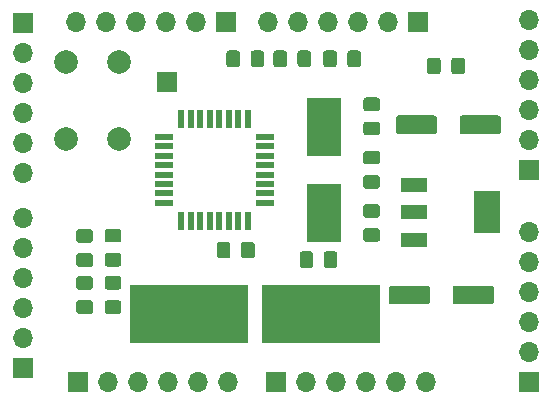
<source format=gbr>
G04 #@! TF.GenerationSoftware,KiCad,Pcbnew,(5.1.5)-3*
G04 #@! TF.CreationDate,2020-05-01T16:20:29+02:00*
G04 #@! TF.ProjectId,Arduino_Uno_R3_From_Scratch,41726475-696e-46f5-9f55-6e6f5f52335f,rev?*
G04 #@! TF.SameCoordinates,Original*
G04 #@! TF.FileFunction,Soldermask,Top*
G04 #@! TF.FilePolarity,Negative*
%FSLAX46Y46*%
G04 Gerber Fmt 4.6, Leading zero omitted, Abs format (unit mm)*
G04 Created by KiCad (PCBNEW (5.1.5)-3) date 2020-05-01 16:20:29*
%MOMM*%
%LPD*%
G04 APERTURE LIST*
%ADD10C,0.100000*%
%ADD11C,2.000000*%
%ADD12R,1.700000X1.700000*%
%ADD13O,1.700000X1.700000*%
%ADD14R,2.235200X1.219200*%
%ADD15R,2.200000X3.600000*%
%ADD16R,0.550000X1.500000*%
%ADD17R,1.500000X0.550000*%
%ADD18R,3.000000X4.900000*%
%ADD19R,10.000000X5.000000*%
G04 APERTURE END LIST*
D10*
G36*
X212924505Y-98501204D02*
G01*
X212948773Y-98504804D01*
X212972572Y-98510765D01*
X212995671Y-98519030D01*
X213017850Y-98529520D01*
X213038893Y-98542132D01*
X213058599Y-98556747D01*
X213076777Y-98573223D01*
X213093253Y-98591401D01*
X213107868Y-98611107D01*
X213120480Y-98632150D01*
X213130970Y-98654329D01*
X213139235Y-98677428D01*
X213145196Y-98701227D01*
X213148796Y-98725495D01*
X213150000Y-98749999D01*
X213150000Y-99650001D01*
X213148796Y-99674505D01*
X213145196Y-99698773D01*
X213139235Y-99722572D01*
X213130970Y-99745671D01*
X213120480Y-99767850D01*
X213107868Y-99788893D01*
X213093253Y-99808599D01*
X213076777Y-99826777D01*
X213058599Y-99843253D01*
X213038893Y-99857868D01*
X213017850Y-99870480D01*
X212995671Y-99880970D01*
X212972572Y-99889235D01*
X212948773Y-99895196D01*
X212924505Y-99898796D01*
X212900001Y-99900000D01*
X212249999Y-99900000D01*
X212225495Y-99898796D01*
X212201227Y-99895196D01*
X212177428Y-99889235D01*
X212154329Y-99880970D01*
X212132150Y-99870480D01*
X212111107Y-99857868D01*
X212091401Y-99843253D01*
X212073223Y-99826777D01*
X212056747Y-99808599D01*
X212042132Y-99788893D01*
X212029520Y-99767850D01*
X212019030Y-99745671D01*
X212010765Y-99722572D01*
X212004804Y-99698773D01*
X212001204Y-99674505D01*
X212000000Y-99650001D01*
X212000000Y-98749999D01*
X212001204Y-98725495D01*
X212004804Y-98701227D01*
X212010765Y-98677428D01*
X212019030Y-98654329D01*
X212029520Y-98632150D01*
X212042132Y-98611107D01*
X212056747Y-98591401D01*
X212073223Y-98573223D01*
X212091401Y-98556747D01*
X212111107Y-98542132D01*
X212132150Y-98529520D01*
X212154329Y-98519030D01*
X212177428Y-98510765D01*
X212201227Y-98504804D01*
X212225495Y-98501204D01*
X212249999Y-98500000D01*
X212900001Y-98500000D01*
X212924505Y-98501204D01*
G37*
G36*
X214974505Y-98501204D02*
G01*
X214998773Y-98504804D01*
X215022572Y-98510765D01*
X215045671Y-98519030D01*
X215067850Y-98529520D01*
X215088893Y-98542132D01*
X215108599Y-98556747D01*
X215126777Y-98573223D01*
X215143253Y-98591401D01*
X215157868Y-98611107D01*
X215170480Y-98632150D01*
X215180970Y-98654329D01*
X215189235Y-98677428D01*
X215195196Y-98701227D01*
X215198796Y-98725495D01*
X215200000Y-98749999D01*
X215200000Y-99650001D01*
X215198796Y-99674505D01*
X215195196Y-99698773D01*
X215189235Y-99722572D01*
X215180970Y-99745671D01*
X215170480Y-99767850D01*
X215157868Y-99788893D01*
X215143253Y-99808599D01*
X215126777Y-99826777D01*
X215108599Y-99843253D01*
X215088893Y-99857868D01*
X215067850Y-99870480D01*
X215045671Y-99880970D01*
X215022572Y-99889235D01*
X214998773Y-99895196D01*
X214974505Y-99898796D01*
X214950001Y-99900000D01*
X214299999Y-99900000D01*
X214275495Y-99898796D01*
X214251227Y-99895196D01*
X214227428Y-99889235D01*
X214204329Y-99880970D01*
X214182150Y-99870480D01*
X214161107Y-99857868D01*
X214141401Y-99843253D01*
X214123223Y-99826777D01*
X214106747Y-99808599D01*
X214092132Y-99788893D01*
X214079520Y-99767850D01*
X214069030Y-99745671D01*
X214060765Y-99722572D01*
X214054804Y-99698773D01*
X214051204Y-99674505D01*
X214050000Y-99650001D01*
X214050000Y-98749999D01*
X214051204Y-98725495D01*
X214054804Y-98701227D01*
X214060765Y-98677428D01*
X214069030Y-98654329D01*
X214079520Y-98632150D01*
X214092132Y-98611107D01*
X214106747Y-98591401D01*
X214123223Y-98573223D01*
X214141401Y-98556747D01*
X214161107Y-98542132D01*
X214182150Y-98529520D01*
X214204329Y-98519030D01*
X214227428Y-98510765D01*
X214251227Y-98504804D01*
X214275495Y-98501204D01*
X214299999Y-98500000D01*
X214950001Y-98500000D01*
X214974505Y-98501204D01*
G37*
D11*
X185900000Y-105400000D03*
X181400000Y-105400000D03*
X185900000Y-98900000D03*
X181400000Y-98900000D03*
D12*
X190000000Y-100600000D03*
X195000000Y-95500000D03*
D13*
X192460000Y-95500000D03*
X189920000Y-95500000D03*
X187380000Y-95500000D03*
X184840000Y-95500000D03*
X182300000Y-95500000D03*
D12*
X177800000Y-124800000D03*
D13*
X177800000Y-122260000D03*
X177800000Y-119720000D03*
X177800000Y-117180000D03*
X177800000Y-114640000D03*
X177800000Y-112100000D03*
D14*
X210901200Y-109288600D03*
X210901200Y-111600000D03*
X210901200Y-113911400D03*
D15*
X217099000Y-111600000D03*
D10*
G36*
X212624504Y-103401204D02*
G01*
X212648773Y-103404804D01*
X212672571Y-103410765D01*
X212695671Y-103419030D01*
X212717849Y-103429520D01*
X212738893Y-103442133D01*
X212758598Y-103456747D01*
X212776777Y-103473223D01*
X212793253Y-103491402D01*
X212807867Y-103511107D01*
X212820480Y-103532151D01*
X212830970Y-103554329D01*
X212839235Y-103577429D01*
X212845196Y-103601227D01*
X212848796Y-103625496D01*
X212850000Y-103650000D01*
X212850000Y-104750000D01*
X212848796Y-104774504D01*
X212845196Y-104798773D01*
X212839235Y-104822571D01*
X212830970Y-104845671D01*
X212820480Y-104867849D01*
X212807867Y-104888893D01*
X212793253Y-104908598D01*
X212776777Y-104926777D01*
X212758598Y-104943253D01*
X212738893Y-104957867D01*
X212717849Y-104970480D01*
X212695671Y-104980970D01*
X212672571Y-104989235D01*
X212648773Y-104995196D01*
X212624504Y-104998796D01*
X212600000Y-105000000D01*
X209600000Y-105000000D01*
X209575496Y-104998796D01*
X209551227Y-104995196D01*
X209527429Y-104989235D01*
X209504329Y-104980970D01*
X209482151Y-104970480D01*
X209461107Y-104957867D01*
X209441402Y-104943253D01*
X209423223Y-104926777D01*
X209406747Y-104908598D01*
X209392133Y-104888893D01*
X209379520Y-104867849D01*
X209369030Y-104845671D01*
X209360765Y-104822571D01*
X209354804Y-104798773D01*
X209351204Y-104774504D01*
X209350000Y-104750000D01*
X209350000Y-103650000D01*
X209351204Y-103625496D01*
X209354804Y-103601227D01*
X209360765Y-103577429D01*
X209369030Y-103554329D01*
X209379520Y-103532151D01*
X209392133Y-103511107D01*
X209406747Y-103491402D01*
X209423223Y-103473223D01*
X209441402Y-103456747D01*
X209461107Y-103442133D01*
X209482151Y-103429520D01*
X209504329Y-103419030D01*
X209527429Y-103410765D01*
X209551227Y-103404804D01*
X209575496Y-103401204D01*
X209600000Y-103400000D01*
X212600000Y-103400000D01*
X212624504Y-103401204D01*
G37*
G36*
X218024504Y-103401204D02*
G01*
X218048773Y-103404804D01*
X218072571Y-103410765D01*
X218095671Y-103419030D01*
X218117849Y-103429520D01*
X218138893Y-103442133D01*
X218158598Y-103456747D01*
X218176777Y-103473223D01*
X218193253Y-103491402D01*
X218207867Y-103511107D01*
X218220480Y-103532151D01*
X218230970Y-103554329D01*
X218239235Y-103577429D01*
X218245196Y-103601227D01*
X218248796Y-103625496D01*
X218250000Y-103650000D01*
X218250000Y-104750000D01*
X218248796Y-104774504D01*
X218245196Y-104798773D01*
X218239235Y-104822571D01*
X218230970Y-104845671D01*
X218220480Y-104867849D01*
X218207867Y-104888893D01*
X218193253Y-104908598D01*
X218176777Y-104926777D01*
X218158598Y-104943253D01*
X218138893Y-104957867D01*
X218117849Y-104970480D01*
X218095671Y-104980970D01*
X218072571Y-104989235D01*
X218048773Y-104995196D01*
X218024504Y-104998796D01*
X218000000Y-105000000D01*
X215000000Y-105000000D01*
X214975496Y-104998796D01*
X214951227Y-104995196D01*
X214927429Y-104989235D01*
X214904329Y-104980970D01*
X214882151Y-104970480D01*
X214861107Y-104957867D01*
X214841402Y-104943253D01*
X214823223Y-104926777D01*
X214806747Y-104908598D01*
X214792133Y-104888893D01*
X214779520Y-104867849D01*
X214769030Y-104845671D01*
X214760765Y-104822571D01*
X214754804Y-104798773D01*
X214751204Y-104774504D01*
X214750000Y-104750000D01*
X214750000Y-103650000D01*
X214751204Y-103625496D01*
X214754804Y-103601227D01*
X214760765Y-103577429D01*
X214769030Y-103554329D01*
X214779520Y-103532151D01*
X214792133Y-103511107D01*
X214806747Y-103491402D01*
X214823223Y-103473223D01*
X214841402Y-103456747D01*
X214861107Y-103442133D01*
X214882151Y-103429520D01*
X214904329Y-103419030D01*
X214927429Y-103410765D01*
X214951227Y-103404804D01*
X214975496Y-103401204D01*
X215000000Y-103400000D01*
X218000000Y-103400000D01*
X218024504Y-103401204D01*
G37*
G36*
X217424504Y-117801204D02*
G01*
X217448773Y-117804804D01*
X217472571Y-117810765D01*
X217495671Y-117819030D01*
X217517849Y-117829520D01*
X217538893Y-117842133D01*
X217558598Y-117856747D01*
X217576777Y-117873223D01*
X217593253Y-117891402D01*
X217607867Y-117911107D01*
X217620480Y-117932151D01*
X217630970Y-117954329D01*
X217639235Y-117977429D01*
X217645196Y-118001227D01*
X217648796Y-118025496D01*
X217650000Y-118050000D01*
X217650000Y-119150000D01*
X217648796Y-119174504D01*
X217645196Y-119198773D01*
X217639235Y-119222571D01*
X217630970Y-119245671D01*
X217620480Y-119267849D01*
X217607867Y-119288893D01*
X217593253Y-119308598D01*
X217576777Y-119326777D01*
X217558598Y-119343253D01*
X217538893Y-119357867D01*
X217517849Y-119370480D01*
X217495671Y-119380970D01*
X217472571Y-119389235D01*
X217448773Y-119395196D01*
X217424504Y-119398796D01*
X217400000Y-119400000D01*
X214400000Y-119400000D01*
X214375496Y-119398796D01*
X214351227Y-119395196D01*
X214327429Y-119389235D01*
X214304329Y-119380970D01*
X214282151Y-119370480D01*
X214261107Y-119357867D01*
X214241402Y-119343253D01*
X214223223Y-119326777D01*
X214206747Y-119308598D01*
X214192133Y-119288893D01*
X214179520Y-119267849D01*
X214169030Y-119245671D01*
X214160765Y-119222571D01*
X214154804Y-119198773D01*
X214151204Y-119174504D01*
X214150000Y-119150000D01*
X214150000Y-118050000D01*
X214151204Y-118025496D01*
X214154804Y-118001227D01*
X214160765Y-117977429D01*
X214169030Y-117954329D01*
X214179520Y-117932151D01*
X214192133Y-117911107D01*
X214206747Y-117891402D01*
X214223223Y-117873223D01*
X214241402Y-117856747D01*
X214261107Y-117842133D01*
X214282151Y-117829520D01*
X214304329Y-117819030D01*
X214327429Y-117810765D01*
X214351227Y-117804804D01*
X214375496Y-117801204D01*
X214400000Y-117800000D01*
X217400000Y-117800000D01*
X217424504Y-117801204D01*
G37*
G36*
X212024504Y-117801204D02*
G01*
X212048773Y-117804804D01*
X212072571Y-117810765D01*
X212095671Y-117819030D01*
X212117849Y-117829520D01*
X212138893Y-117842133D01*
X212158598Y-117856747D01*
X212176777Y-117873223D01*
X212193253Y-117891402D01*
X212207867Y-117911107D01*
X212220480Y-117932151D01*
X212230970Y-117954329D01*
X212239235Y-117977429D01*
X212245196Y-118001227D01*
X212248796Y-118025496D01*
X212250000Y-118050000D01*
X212250000Y-119150000D01*
X212248796Y-119174504D01*
X212245196Y-119198773D01*
X212239235Y-119222571D01*
X212230970Y-119245671D01*
X212220480Y-119267849D01*
X212207867Y-119288893D01*
X212193253Y-119308598D01*
X212176777Y-119326777D01*
X212158598Y-119343253D01*
X212138893Y-119357867D01*
X212117849Y-119370480D01*
X212095671Y-119380970D01*
X212072571Y-119389235D01*
X212048773Y-119395196D01*
X212024504Y-119398796D01*
X212000000Y-119400000D01*
X209000000Y-119400000D01*
X208975496Y-119398796D01*
X208951227Y-119395196D01*
X208927429Y-119389235D01*
X208904329Y-119380970D01*
X208882151Y-119370480D01*
X208861107Y-119357867D01*
X208841402Y-119343253D01*
X208823223Y-119326777D01*
X208806747Y-119308598D01*
X208792133Y-119288893D01*
X208779520Y-119267849D01*
X208769030Y-119245671D01*
X208760765Y-119222571D01*
X208754804Y-119198773D01*
X208751204Y-119174504D01*
X208750000Y-119150000D01*
X208750000Y-118050000D01*
X208751204Y-118025496D01*
X208754804Y-118001227D01*
X208760765Y-117977429D01*
X208769030Y-117954329D01*
X208779520Y-117932151D01*
X208792133Y-117911107D01*
X208806747Y-117891402D01*
X208823223Y-117873223D01*
X208841402Y-117856747D01*
X208861107Y-117842133D01*
X208882151Y-117829520D01*
X208904329Y-117819030D01*
X208927429Y-117810765D01*
X208951227Y-117804804D01*
X208975496Y-117801204D01*
X209000000Y-117800000D01*
X212000000Y-117800000D01*
X212024504Y-117801204D01*
G37*
G36*
X207774505Y-112951204D02*
G01*
X207798773Y-112954804D01*
X207822572Y-112960765D01*
X207845671Y-112969030D01*
X207867850Y-112979520D01*
X207888893Y-112992132D01*
X207908599Y-113006747D01*
X207926777Y-113023223D01*
X207943253Y-113041401D01*
X207957868Y-113061107D01*
X207970480Y-113082150D01*
X207980970Y-113104329D01*
X207989235Y-113127428D01*
X207995196Y-113151227D01*
X207998796Y-113175495D01*
X208000000Y-113199999D01*
X208000000Y-113850001D01*
X207998796Y-113874505D01*
X207995196Y-113898773D01*
X207989235Y-113922572D01*
X207980970Y-113945671D01*
X207970480Y-113967850D01*
X207957868Y-113988893D01*
X207943253Y-114008599D01*
X207926777Y-114026777D01*
X207908599Y-114043253D01*
X207888893Y-114057868D01*
X207867850Y-114070480D01*
X207845671Y-114080970D01*
X207822572Y-114089235D01*
X207798773Y-114095196D01*
X207774505Y-114098796D01*
X207750001Y-114100000D01*
X206849999Y-114100000D01*
X206825495Y-114098796D01*
X206801227Y-114095196D01*
X206777428Y-114089235D01*
X206754329Y-114080970D01*
X206732150Y-114070480D01*
X206711107Y-114057868D01*
X206691401Y-114043253D01*
X206673223Y-114026777D01*
X206656747Y-114008599D01*
X206642132Y-113988893D01*
X206629520Y-113967850D01*
X206619030Y-113945671D01*
X206610765Y-113922572D01*
X206604804Y-113898773D01*
X206601204Y-113874505D01*
X206600000Y-113850001D01*
X206600000Y-113199999D01*
X206601204Y-113175495D01*
X206604804Y-113151227D01*
X206610765Y-113127428D01*
X206619030Y-113104329D01*
X206629520Y-113082150D01*
X206642132Y-113061107D01*
X206656747Y-113041401D01*
X206673223Y-113023223D01*
X206691401Y-113006747D01*
X206711107Y-112992132D01*
X206732150Y-112979520D01*
X206754329Y-112969030D01*
X206777428Y-112960765D01*
X206801227Y-112954804D01*
X206825495Y-112951204D01*
X206849999Y-112950000D01*
X207750001Y-112950000D01*
X207774505Y-112951204D01*
G37*
G36*
X207774505Y-110901204D02*
G01*
X207798773Y-110904804D01*
X207822572Y-110910765D01*
X207845671Y-110919030D01*
X207867850Y-110929520D01*
X207888893Y-110942132D01*
X207908599Y-110956747D01*
X207926777Y-110973223D01*
X207943253Y-110991401D01*
X207957868Y-111011107D01*
X207970480Y-111032150D01*
X207980970Y-111054329D01*
X207989235Y-111077428D01*
X207995196Y-111101227D01*
X207998796Y-111125495D01*
X208000000Y-111149999D01*
X208000000Y-111800001D01*
X207998796Y-111824505D01*
X207995196Y-111848773D01*
X207989235Y-111872572D01*
X207980970Y-111895671D01*
X207970480Y-111917850D01*
X207957868Y-111938893D01*
X207943253Y-111958599D01*
X207926777Y-111976777D01*
X207908599Y-111993253D01*
X207888893Y-112007868D01*
X207867850Y-112020480D01*
X207845671Y-112030970D01*
X207822572Y-112039235D01*
X207798773Y-112045196D01*
X207774505Y-112048796D01*
X207750001Y-112050000D01*
X206849999Y-112050000D01*
X206825495Y-112048796D01*
X206801227Y-112045196D01*
X206777428Y-112039235D01*
X206754329Y-112030970D01*
X206732150Y-112020480D01*
X206711107Y-112007868D01*
X206691401Y-111993253D01*
X206673223Y-111976777D01*
X206656747Y-111958599D01*
X206642132Y-111938893D01*
X206629520Y-111917850D01*
X206619030Y-111895671D01*
X206610765Y-111872572D01*
X206604804Y-111848773D01*
X206601204Y-111824505D01*
X206600000Y-111800001D01*
X206600000Y-111149999D01*
X206601204Y-111125495D01*
X206604804Y-111101227D01*
X206610765Y-111077428D01*
X206619030Y-111054329D01*
X206629520Y-111032150D01*
X206642132Y-111011107D01*
X206656747Y-110991401D01*
X206673223Y-110973223D01*
X206691401Y-110956747D01*
X206711107Y-110942132D01*
X206732150Y-110929520D01*
X206754329Y-110919030D01*
X206777428Y-110910765D01*
X206801227Y-110904804D01*
X206825495Y-110901204D01*
X206849999Y-110900000D01*
X207750001Y-110900000D01*
X207774505Y-110901204D01*
G37*
G36*
X207774505Y-103926204D02*
G01*
X207798773Y-103929804D01*
X207822572Y-103935765D01*
X207845671Y-103944030D01*
X207867850Y-103954520D01*
X207888893Y-103967132D01*
X207908599Y-103981747D01*
X207926777Y-103998223D01*
X207943253Y-104016401D01*
X207957868Y-104036107D01*
X207970480Y-104057150D01*
X207980970Y-104079329D01*
X207989235Y-104102428D01*
X207995196Y-104126227D01*
X207998796Y-104150495D01*
X208000000Y-104174999D01*
X208000000Y-104825001D01*
X207998796Y-104849505D01*
X207995196Y-104873773D01*
X207989235Y-104897572D01*
X207980970Y-104920671D01*
X207970480Y-104942850D01*
X207957868Y-104963893D01*
X207943253Y-104983599D01*
X207926777Y-105001777D01*
X207908599Y-105018253D01*
X207888893Y-105032868D01*
X207867850Y-105045480D01*
X207845671Y-105055970D01*
X207822572Y-105064235D01*
X207798773Y-105070196D01*
X207774505Y-105073796D01*
X207750001Y-105075000D01*
X206849999Y-105075000D01*
X206825495Y-105073796D01*
X206801227Y-105070196D01*
X206777428Y-105064235D01*
X206754329Y-105055970D01*
X206732150Y-105045480D01*
X206711107Y-105032868D01*
X206691401Y-105018253D01*
X206673223Y-105001777D01*
X206656747Y-104983599D01*
X206642132Y-104963893D01*
X206629520Y-104942850D01*
X206619030Y-104920671D01*
X206610765Y-104897572D01*
X206604804Y-104873773D01*
X206601204Y-104849505D01*
X206600000Y-104825001D01*
X206600000Y-104174999D01*
X206601204Y-104150495D01*
X206604804Y-104126227D01*
X206610765Y-104102428D01*
X206619030Y-104079329D01*
X206629520Y-104057150D01*
X206642132Y-104036107D01*
X206656747Y-104016401D01*
X206673223Y-103998223D01*
X206691401Y-103981747D01*
X206711107Y-103967132D01*
X206732150Y-103954520D01*
X206754329Y-103944030D01*
X206777428Y-103935765D01*
X206801227Y-103929804D01*
X206825495Y-103926204D01*
X206849999Y-103925000D01*
X207750001Y-103925000D01*
X207774505Y-103926204D01*
G37*
G36*
X207774505Y-101876204D02*
G01*
X207798773Y-101879804D01*
X207822572Y-101885765D01*
X207845671Y-101894030D01*
X207867850Y-101904520D01*
X207888893Y-101917132D01*
X207908599Y-101931747D01*
X207926777Y-101948223D01*
X207943253Y-101966401D01*
X207957868Y-101986107D01*
X207970480Y-102007150D01*
X207980970Y-102029329D01*
X207989235Y-102052428D01*
X207995196Y-102076227D01*
X207998796Y-102100495D01*
X208000000Y-102124999D01*
X208000000Y-102775001D01*
X207998796Y-102799505D01*
X207995196Y-102823773D01*
X207989235Y-102847572D01*
X207980970Y-102870671D01*
X207970480Y-102892850D01*
X207957868Y-102913893D01*
X207943253Y-102933599D01*
X207926777Y-102951777D01*
X207908599Y-102968253D01*
X207888893Y-102982868D01*
X207867850Y-102995480D01*
X207845671Y-103005970D01*
X207822572Y-103014235D01*
X207798773Y-103020196D01*
X207774505Y-103023796D01*
X207750001Y-103025000D01*
X206849999Y-103025000D01*
X206825495Y-103023796D01*
X206801227Y-103020196D01*
X206777428Y-103014235D01*
X206754329Y-103005970D01*
X206732150Y-102995480D01*
X206711107Y-102982868D01*
X206691401Y-102968253D01*
X206673223Y-102951777D01*
X206656747Y-102933599D01*
X206642132Y-102913893D01*
X206629520Y-102892850D01*
X206619030Y-102870671D01*
X206610765Y-102847572D01*
X206604804Y-102823773D01*
X206601204Y-102799505D01*
X206600000Y-102775001D01*
X206600000Y-102124999D01*
X206601204Y-102100495D01*
X206604804Y-102076227D01*
X206610765Y-102052428D01*
X206619030Y-102029329D01*
X206629520Y-102007150D01*
X206642132Y-101986107D01*
X206656747Y-101966401D01*
X206673223Y-101948223D01*
X206691401Y-101931747D01*
X206711107Y-101917132D01*
X206732150Y-101904520D01*
X206754329Y-101894030D01*
X206777428Y-101885765D01*
X206801227Y-101879804D01*
X206825495Y-101876204D01*
X206849999Y-101875000D01*
X207750001Y-101875000D01*
X207774505Y-101876204D01*
G37*
G36*
X197174505Y-114101204D02*
G01*
X197198773Y-114104804D01*
X197222572Y-114110765D01*
X197245671Y-114119030D01*
X197267850Y-114129520D01*
X197288893Y-114142132D01*
X197308599Y-114156747D01*
X197326777Y-114173223D01*
X197343253Y-114191401D01*
X197357868Y-114211107D01*
X197370480Y-114232150D01*
X197380970Y-114254329D01*
X197389235Y-114277428D01*
X197395196Y-114301227D01*
X197398796Y-114325495D01*
X197400000Y-114349999D01*
X197400000Y-115250001D01*
X197398796Y-115274505D01*
X197395196Y-115298773D01*
X197389235Y-115322572D01*
X197380970Y-115345671D01*
X197370480Y-115367850D01*
X197357868Y-115388893D01*
X197343253Y-115408599D01*
X197326777Y-115426777D01*
X197308599Y-115443253D01*
X197288893Y-115457868D01*
X197267850Y-115470480D01*
X197245671Y-115480970D01*
X197222572Y-115489235D01*
X197198773Y-115495196D01*
X197174505Y-115498796D01*
X197150001Y-115500000D01*
X196499999Y-115500000D01*
X196475495Y-115498796D01*
X196451227Y-115495196D01*
X196427428Y-115489235D01*
X196404329Y-115480970D01*
X196382150Y-115470480D01*
X196361107Y-115457868D01*
X196341401Y-115443253D01*
X196323223Y-115426777D01*
X196306747Y-115408599D01*
X196292132Y-115388893D01*
X196279520Y-115367850D01*
X196269030Y-115345671D01*
X196260765Y-115322572D01*
X196254804Y-115298773D01*
X196251204Y-115274505D01*
X196250000Y-115250001D01*
X196250000Y-114349999D01*
X196251204Y-114325495D01*
X196254804Y-114301227D01*
X196260765Y-114277428D01*
X196269030Y-114254329D01*
X196279520Y-114232150D01*
X196292132Y-114211107D01*
X196306747Y-114191401D01*
X196323223Y-114173223D01*
X196341401Y-114156747D01*
X196361107Y-114142132D01*
X196382150Y-114129520D01*
X196404329Y-114119030D01*
X196427428Y-114110765D01*
X196451227Y-114104804D01*
X196475495Y-114101204D01*
X196499999Y-114100000D01*
X197150001Y-114100000D01*
X197174505Y-114101204D01*
G37*
G36*
X195124505Y-114101204D02*
G01*
X195148773Y-114104804D01*
X195172572Y-114110765D01*
X195195671Y-114119030D01*
X195217850Y-114129520D01*
X195238893Y-114142132D01*
X195258599Y-114156747D01*
X195276777Y-114173223D01*
X195293253Y-114191401D01*
X195307868Y-114211107D01*
X195320480Y-114232150D01*
X195330970Y-114254329D01*
X195339235Y-114277428D01*
X195345196Y-114301227D01*
X195348796Y-114325495D01*
X195350000Y-114349999D01*
X195350000Y-115250001D01*
X195348796Y-115274505D01*
X195345196Y-115298773D01*
X195339235Y-115322572D01*
X195330970Y-115345671D01*
X195320480Y-115367850D01*
X195307868Y-115388893D01*
X195293253Y-115408599D01*
X195276777Y-115426777D01*
X195258599Y-115443253D01*
X195238893Y-115457868D01*
X195217850Y-115470480D01*
X195195671Y-115480970D01*
X195172572Y-115489235D01*
X195148773Y-115495196D01*
X195124505Y-115498796D01*
X195100001Y-115500000D01*
X194449999Y-115500000D01*
X194425495Y-115498796D01*
X194401227Y-115495196D01*
X194377428Y-115489235D01*
X194354329Y-115480970D01*
X194332150Y-115470480D01*
X194311107Y-115457868D01*
X194291401Y-115443253D01*
X194273223Y-115426777D01*
X194256747Y-115408599D01*
X194242132Y-115388893D01*
X194229520Y-115367850D01*
X194219030Y-115345671D01*
X194210765Y-115322572D01*
X194204804Y-115298773D01*
X194201204Y-115274505D01*
X194200000Y-115250001D01*
X194200000Y-114349999D01*
X194201204Y-114325495D01*
X194204804Y-114301227D01*
X194210765Y-114277428D01*
X194219030Y-114254329D01*
X194229520Y-114232150D01*
X194242132Y-114211107D01*
X194256747Y-114191401D01*
X194273223Y-114173223D01*
X194291401Y-114156747D01*
X194311107Y-114142132D01*
X194332150Y-114129520D01*
X194354329Y-114119030D01*
X194377428Y-114110765D01*
X194401227Y-114104804D01*
X194425495Y-114101204D01*
X194449999Y-114100000D01*
X195100001Y-114100000D01*
X195124505Y-114101204D01*
G37*
G36*
X204174505Y-114901204D02*
G01*
X204198773Y-114904804D01*
X204222572Y-114910765D01*
X204245671Y-114919030D01*
X204267850Y-114929520D01*
X204288893Y-114942132D01*
X204308599Y-114956747D01*
X204326777Y-114973223D01*
X204343253Y-114991401D01*
X204357868Y-115011107D01*
X204370480Y-115032150D01*
X204380970Y-115054329D01*
X204389235Y-115077428D01*
X204395196Y-115101227D01*
X204398796Y-115125495D01*
X204400000Y-115149999D01*
X204400000Y-116050001D01*
X204398796Y-116074505D01*
X204395196Y-116098773D01*
X204389235Y-116122572D01*
X204380970Y-116145671D01*
X204370480Y-116167850D01*
X204357868Y-116188893D01*
X204343253Y-116208599D01*
X204326777Y-116226777D01*
X204308599Y-116243253D01*
X204288893Y-116257868D01*
X204267850Y-116270480D01*
X204245671Y-116280970D01*
X204222572Y-116289235D01*
X204198773Y-116295196D01*
X204174505Y-116298796D01*
X204150001Y-116300000D01*
X203499999Y-116300000D01*
X203475495Y-116298796D01*
X203451227Y-116295196D01*
X203427428Y-116289235D01*
X203404329Y-116280970D01*
X203382150Y-116270480D01*
X203361107Y-116257868D01*
X203341401Y-116243253D01*
X203323223Y-116226777D01*
X203306747Y-116208599D01*
X203292132Y-116188893D01*
X203279520Y-116167850D01*
X203269030Y-116145671D01*
X203260765Y-116122572D01*
X203254804Y-116098773D01*
X203251204Y-116074505D01*
X203250000Y-116050001D01*
X203250000Y-115149999D01*
X203251204Y-115125495D01*
X203254804Y-115101227D01*
X203260765Y-115077428D01*
X203269030Y-115054329D01*
X203279520Y-115032150D01*
X203292132Y-115011107D01*
X203306747Y-114991401D01*
X203323223Y-114973223D01*
X203341401Y-114956747D01*
X203361107Y-114942132D01*
X203382150Y-114929520D01*
X203404329Y-114919030D01*
X203427428Y-114910765D01*
X203451227Y-114904804D01*
X203475495Y-114901204D01*
X203499999Y-114900000D01*
X204150001Y-114900000D01*
X204174505Y-114901204D01*
G37*
G36*
X202124505Y-114901204D02*
G01*
X202148773Y-114904804D01*
X202172572Y-114910765D01*
X202195671Y-114919030D01*
X202217850Y-114929520D01*
X202238893Y-114942132D01*
X202258599Y-114956747D01*
X202276777Y-114973223D01*
X202293253Y-114991401D01*
X202307868Y-115011107D01*
X202320480Y-115032150D01*
X202330970Y-115054329D01*
X202339235Y-115077428D01*
X202345196Y-115101227D01*
X202348796Y-115125495D01*
X202350000Y-115149999D01*
X202350000Y-116050001D01*
X202348796Y-116074505D01*
X202345196Y-116098773D01*
X202339235Y-116122572D01*
X202330970Y-116145671D01*
X202320480Y-116167850D01*
X202307868Y-116188893D01*
X202293253Y-116208599D01*
X202276777Y-116226777D01*
X202258599Y-116243253D01*
X202238893Y-116257868D01*
X202217850Y-116270480D01*
X202195671Y-116280970D01*
X202172572Y-116289235D01*
X202148773Y-116295196D01*
X202124505Y-116298796D01*
X202100001Y-116300000D01*
X201449999Y-116300000D01*
X201425495Y-116298796D01*
X201401227Y-116295196D01*
X201377428Y-116289235D01*
X201354329Y-116280970D01*
X201332150Y-116270480D01*
X201311107Y-116257868D01*
X201291401Y-116243253D01*
X201273223Y-116226777D01*
X201256747Y-116208599D01*
X201242132Y-116188893D01*
X201229520Y-116167850D01*
X201219030Y-116145671D01*
X201210765Y-116122572D01*
X201204804Y-116098773D01*
X201201204Y-116074505D01*
X201200000Y-116050001D01*
X201200000Y-115149999D01*
X201201204Y-115125495D01*
X201204804Y-115101227D01*
X201210765Y-115077428D01*
X201219030Y-115054329D01*
X201229520Y-115032150D01*
X201242132Y-115011107D01*
X201256747Y-114991401D01*
X201273223Y-114973223D01*
X201291401Y-114956747D01*
X201311107Y-114942132D01*
X201332150Y-114929520D01*
X201354329Y-114919030D01*
X201377428Y-114910765D01*
X201401227Y-114904804D01*
X201425495Y-114901204D01*
X201449999Y-114900000D01*
X202100001Y-114900000D01*
X202124505Y-114901204D01*
G37*
G36*
X183474505Y-119051204D02*
G01*
X183498773Y-119054804D01*
X183522572Y-119060765D01*
X183545671Y-119069030D01*
X183567850Y-119079520D01*
X183588893Y-119092132D01*
X183608599Y-119106747D01*
X183626777Y-119123223D01*
X183643253Y-119141401D01*
X183657868Y-119161107D01*
X183670480Y-119182150D01*
X183680970Y-119204329D01*
X183689235Y-119227428D01*
X183695196Y-119251227D01*
X183698796Y-119275495D01*
X183700000Y-119299999D01*
X183700000Y-119950001D01*
X183698796Y-119974505D01*
X183695196Y-119998773D01*
X183689235Y-120022572D01*
X183680970Y-120045671D01*
X183670480Y-120067850D01*
X183657868Y-120088893D01*
X183643253Y-120108599D01*
X183626777Y-120126777D01*
X183608599Y-120143253D01*
X183588893Y-120157868D01*
X183567850Y-120170480D01*
X183545671Y-120180970D01*
X183522572Y-120189235D01*
X183498773Y-120195196D01*
X183474505Y-120198796D01*
X183450001Y-120200000D01*
X182549999Y-120200000D01*
X182525495Y-120198796D01*
X182501227Y-120195196D01*
X182477428Y-120189235D01*
X182454329Y-120180970D01*
X182432150Y-120170480D01*
X182411107Y-120157868D01*
X182391401Y-120143253D01*
X182373223Y-120126777D01*
X182356747Y-120108599D01*
X182342132Y-120088893D01*
X182329520Y-120067850D01*
X182319030Y-120045671D01*
X182310765Y-120022572D01*
X182304804Y-119998773D01*
X182301204Y-119974505D01*
X182300000Y-119950001D01*
X182300000Y-119299999D01*
X182301204Y-119275495D01*
X182304804Y-119251227D01*
X182310765Y-119227428D01*
X182319030Y-119204329D01*
X182329520Y-119182150D01*
X182342132Y-119161107D01*
X182356747Y-119141401D01*
X182373223Y-119123223D01*
X182391401Y-119106747D01*
X182411107Y-119092132D01*
X182432150Y-119079520D01*
X182454329Y-119069030D01*
X182477428Y-119060765D01*
X182501227Y-119054804D01*
X182525495Y-119051204D01*
X182549999Y-119050000D01*
X183450001Y-119050000D01*
X183474505Y-119051204D01*
G37*
G36*
X183474505Y-117001204D02*
G01*
X183498773Y-117004804D01*
X183522572Y-117010765D01*
X183545671Y-117019030D01*
X183567850Y-117029520D01*
X183588893Y-117042132D01*
X183608599Y-117056747D01*
X183626777Y-117073223D01*
X183643253Y-117091401D01*
X183657868Y-117111107D01*
X183670480Y-117132150D01*
X183680970Y-117154329D01*
X183689235Y-117177428D01*
X183695196Y-117201227D01*
X183698796Y-117225495D01*
X183700000Y-117249999D01*
X183700000Y-117900001D01*
X183698796Y-117924505D01*
X183695196Y-117948773D01*
X183689235Y-117972572D01*
X183680970Y-117995671D01*
X183670480Y-118017850D01*
X183657868Y-118038893D01*
X183643253Y-118058599D01*
X183626777Y-118076777D01*
X183608599Y-118093253D01*
X183588893Y-118107868D01*
X183567850Y-118120480D01*
X183545671Y-118130970D01*
X183522572Y-118139235D01*
X183498773Y-118145196D01*
X183474505Y-118148796D01*
X183450001Y-118150000D01*
X182549999Y-118150000D01*
X182525495Y-118148796D01*
X182501227Y-118145196D01*
X182477428Y-118139235D01*
X182454329Y-118130970D01*
X182432150Y-118120480D01*
X182411107Y-118107868D01*
X182391401Y-118093253D01*
X182373223Y-118076777D01*
X182356747Y-118058599D01*
X182342132Y-118038893D01*
X182329520Y-118017850D01*
X182319030Y-117995671D01*
X182310765Y-117972572D01*
X182304804Y-117948773D01*
X182301204Y-117924505D01*
X182300000Y-117900001D01*
X182300000Y-117249999D01*
X182301204Y-117225495D01*
X182304804Y-117201227D01*
X182310765Y-117177428D01*
X182319030Y-117154329D01*
X182329520Y-117132150D01*
X182342132Y-117111107D01*
X182356747Y-117091401D01*
X182373223Y-117073223D01*
X182391401Y-117056747D01*
X182411107Y-117042132D01*
X182432150Y-117029520D01*
X182454329Y-117019030D01*
X182477428Y-117010765D01*
X182501227Y-117004804D01*
X182525495Y-117001204D01*
X182549999Y-117000000D01*
X183450001Y-117000000D01*
X183474505Y-117001204D01*
G37*
G36*
X185874505Y-117001204D02*
G01*
X185898773Y-117004804D01*
X185922572Y-117010765D01*
X185945671Y-117019030D01*
X185967850Y-117029520D01*
X185988893Y-117042132D01*
X186008599Y-117056747D01*
X186026777Y-117073223D01*
X186043253Y-117091401D01*
X186057868Y-117111107D01*
X186070480Y-117132150D01*
X186080970Y-117154329D01*
X186089235Y-117177428D01*
X186095196Y-117201227D01*
X186098796Y-117225495D01*
X186100000Y-117249999D01*
X186100000Y-117900001D01*
X186098796Y-117924505D01*
X186095196Y-117948773D01*
X186089235Y-117972572D01*
X186080970Y-117995671D01*
X186070480Y-118017850D01*
X186057868Y-118038893D01*
X186043253Y-118058599D01*
X186026777Y-118076777D01*
X186008599Y-118093253D01*
X185988893Y-118107868D01*
X185967850Y-118120480D01*
X185945671Y-118130970D01*
X185922572Y-118139235D01*
X185898773Y-118145196D01*
X185874505Y-118148796D01*
X185850001Y-118150000D01*
X184949999Y-118150000D01*
X184925495Y-118148796D01*
X184901227Y-118145196D01*
X184877428Y-118139235D01*
X184854329Y-118130970D01*
X184832150Y-118120480D01*
X184811107Y-118107868D01*
X184791401Y-118093253D01*
X184773223Y-118076777D01*
X184756747Y-118058599D01*
X184742132Y-118038893D01*
X184729520Y-118017850D01*
X184719030Y-117995671D01*
X184710765Y-117972572D01*
X184704804Y-117948773D01*
X184701204Y-117924505D01*
X184700000Y-117900001D01*
X184700000Y-117249999D01*
X184701204Y-117225495D01*
X184704804Y-117201227D01*
X184710765Y-117177428D01*
X184719030Y-117154329D01*
X184729520Y-117132150D01*
X184742132Y-117111107D01*
X184756747Y-117091401D01*
X184773223Y-117073223D01*
X184791401Y-117056747D01*
X184811107Y-117042132D01*
X184832150Y-117029520D01*
X184854329Y-117019030D01*
X184877428Y-117010765D01*
X184901227Y-117004804D01*
X184925495Y-117001204D01*
X184949999Y-117000000D01*
X185850001Y-117000000D01*
X185874505Y-117001204D01*
G37*
G36*
X185874505Y-119051204D02*
G01*
X185898773Y-119054804D01*
X185922572Y-119060765D01*
X185945671Y-119069030D01*
X185967850Y-119079520D01*
X185988893Y-119092132D01*
X186008599Y-119106747D01*
X186026777Y-119123223D01*
X186043253Y-119141401D01*
X186057868Y-119161107D01*
X186070480Y-119182150D01*
X186080970Y-119204329D01*
X186089235Y-119227428D01*
X186095196Y-119251227D01*
X186098796Y-119275495D01*
X186100000Y-119299999D01*
X186100000Y-119950001D01*
X186098796Y-119974505D01*
X186095196Y-119998773D01*
X186089235Y-120022572D01*
X186080970Y-120045671D01*
X186070480Y-120067850D01*
X186057868Y-120088893D01*
X186043253Y-120108599D01*
X186026777Y-120126777D01*
X186008599Y-120143253D01*
X185988893Y-120157868D01*
X185967850Y-120170480D01*
X185945671Y-120180970D01*
X185922572Y-120189235D01*
X185898773Y-120195196D01*
X185874505Y-120198796D01*
X185850001Y-120200000D01*
X184949999Y-120200000D01*
X184925495Y-120198796D01*
X184901227Y-120195196D01*
X184877428Y-120189235D01*
X184854329Y-120180970D01*
X184832150Y-120170480D01*
X184811107Y-120157868D01*
X184791401Y-120143253D01*
X184773223Y-120126777D01*
X184756747Y-120108599D01*
X184742132Y-120088893D01*
X184729520Y-120067850D01*
X184719030Y-120045671D01*
X184710765Y-120022572D01*
X184704804Y-119998773D01*
X184701204Y-119974505D01*
X184700000Y-119950001D01*
X184700000Y-119299999D01*
X184701204Y-119275495D01*
X184704804Y-119251227D01*
X184710765Y-119227428D01*
X184719030Y-119204329D01*
X184729520Y-119182150D01*
X184742132Y-119161107D01*
X184756747Y-119141401D01*
X184773223Y-119123223D01*
X184791401Y-119106747D01*
X184811107Y-119092132D01*
X184832150Y-119079520D01*
X184854329Y-119069030D01*
X184877428Y-119060765D01*
X184901227Y-119054804D01*
X184925495Y-119051204D01*
X184949999Y-119050000D01*
X185850001Y-119050000D01*
X185874505Y-119051204D01*
G37*
G36*
X201949505Y-97901204D02*
G01*
X201973773Y-97904804D01*
X201997572Y-97910765D01*
X202020671Y-97919030D01*
X202042850Y-97929520D01*
X202063893Y-97942132D01*
X202083599Y-97956747D01*
X202101777Y-97973223D01*
X202118253Y-97991401D01*
X202132868Y-98011107D01*
X202145480Y-98032150D01*
X202155970Y-98054329D01*
X202164235Y-98077428D01*
X202170196Y-98101227D01*
X202173796Y-98125495D01*
X202175000Y-98149999D01*
X202175000Y-99050001D01*
X202173796Y-99074505D01*
X202170196Y-99098773D01*
X202164235Y-99122572D01*
X202155970Y-99145671D01*
X202145480Y-99167850D01*
X202132868Y-99188893D01*
X202118253Y-99208599D01*
X202101777Y-99226777D01*
X202083599Y-99243253D01*
X202063893Y-99257868D01*
X202042850Y-99270480D01*
X202020671Y-99280970D01*
X201997572Y-99289235D01*
X201973773Y-99295196D01*
X201949505Y-99298796D01*
X201925001Y-99300000D01*
X201274999Y-99300000D01*
X201250495Y-99298796D01*
X201226227Y-99295196D01*
X201202428Y-99289235D01*
X201179329Y-99280970D01*
X201157150Y-99270480D01*
X201136107Y-99257868D01*
X201116401Y-99243253D01*
X201098223Y-99226777D01*
X201081747Y-99208599D01*
X201067132Y-99188893D01*
X201054520Y-99167850D01*
X201044030Y-99145671D01*
X201035765Y-99122572D01*
X201029804Y-99098773D01*
X201026204Y-99074505D01*
X201025000Y-99050001D01*
X201025000Y-98149999D01*
X201026204Y-98125495D01*
X201029804Y-98101227D01*
X201035765Y-98077428D01*
X201044030Y-98054329D01*
X201054520Y-98032150D01*
X201067132Y-98011107D01*
X201081747Y-97991401D01*
X201098223Y-97973223D01*
X201116401Y-97956747D01*
X201136107Y-97942132D01*
X201157150Y-97929520D01*
X201179329Y-97919030D01*
X201202428Y-97910765D01*
X201226227Y-97904804D01*
X201250495Y-97901204D01*
X201274999Y-97900000D01*
X201925001Y-97900000D01*
X201949505Y-97901204D01*
G37*
G36*
X199899505Y-97901204D02*
G01*
X199923773Y-97904804D01*
X199947572Y-97910765D01*
X199970671Y-97919030D01*
X199992850Y-97929520D01*
X200013893Y-97942132D01*
X200033599Y-97956747D01*
X200051777Y-97973223D01*
X200068253Y-97991401D01*
X200082868Y-98011107D01*
X200095480Y-98032150D01*
X200105970Y-98054329D01*
X200114235Y-98077428D01*
X200120196Y-98101227D01*
X200123796Y-98125495D01*
X200125000Y-98149999D01*
X200125000Y-99050001D01*
X200123796Y-99074505D01*
X200120196Y-99098773D01*
X200114235Y-99122572D01*
X200105970Y-99145671D01*
X200095480Y-99167850D01*
X200082868Y-99188893D01*
X200068253Y-99208599D01*
X200051777Y-99226777D01*
X200033599Y-99243253D01*
X200013893Y-99257868D01*
X199992850Y-99270480D01*
X199970671Y-99280970D01*
X199947572Y-99289235D01*
X199923773Y-99295196D01*
X199899505Y-99298796D01*
X199875001Y-99300000D01*
X199224999Y-99300000D01*
X199200495Y-99298796D01*
X199176227Y-99295196D01*
X199152428Y-99289235D01*
X199129329Y-99280970D01*
X199107150Y-99270480D01*
X199086107Y-99257868D01*
X199066401Y-99243253D01*
X199048223Y-99226777D01*
X199031747Y-99208599D01*
X199017132Y-99188893D01*
X199004520Y-99167850D01*
X198994030Y-99145671D01*
X198985765Y-99122572D01*
X198979804Y-99098773D01*
X198976204Y-99074505D01*
X198975000Y-99050001D01*
X198975000Y-98149999D01*
X198976204Y-98125495D01*
X198979804Y-98101227D01*
X198985765Y-98077428D01*
X198994030Y-98054329D01*
X199004520Y-98032150D01*
X199017132Y-98011107D01*
X199031747Y-97991401D01*
X199048223Y-97973223D01*
X199066401Y-97956747D01*
X199086107Y-97942132D01*
X199107150Y-97929520D01*
X199129329Y-97919030D01*
X199152428Y-97910765D01*
X199176227Y-97904804D01*
X199200495Y-97901204D01*
X199224999Y-97900000D01*
X199875001Y-97900000D01*
X199899505Y-97901204D01*
G37*
D13*
X220600000Y-95300000D03*
X220600000Y-97840000D03*
X220600000Y-100380000D03*
X220600000Y-102920000D03*
X220600000Y-105460000D03*
D12*
X220600000Y-108000000D03*
X220600000Y-126000000D03*
D13*
X220600000Y-123460000D03*
X220600000Y-120920000D03*
X220600000Y-118380000D03*
X220600000Y-115840000D03*
X220600000Y-113300000D03*
X211900000Y-126000000D03*
X209360000Y-126000000D03*
X206820000Y-126000000D03*
X204280000Y-126000000D03*
X201740000Y-126000000D03*
D12*
X199200000Y-126000000D03*
X182400000Y-126000000D03*
D13*
X184940000Y-126000000D03*
X187480000Y-126000000D03*
X190020000Y-126000000D03*
X192560000Y-126000000D03*
X195100000Y-126000000D03*
X198550000Y-95500000D03*
X201090000Y-95500000D03*
X203630000Y-95500000D03*
X206170000Y-95500000D03*
X208710000Y-95500000D03*
D12*
X211250000Y-95500000D03*
X177800000Y-95600000D03*
D13*
X177800000Y-98140000D03*
X177800000Y-100680000D03*
X177800000Y-103220000D03*
X177800000Y-105760000D03*
X177800000Y-108300000D03*
D10*
G36*
X207774505Y-106401204D02*
G01*
X207798773Y-106404804D01*
X207822572Y-106410765D01*
X207845671Y-106419030D01*
X207867850Y-106429520D01*
X207888893Y-106442132D01*
X207908599Y-106456747D01*
X207926777Y-106473223D01*
X207943253Y-106491401D01*
X207957868Y-106511107D01*
X207970480Y-106532150D01*
X207980970Y-106554329D01*
X207989235Y-106577428D01*
X207995196Y-106601227D01*
X207998796Y-106625495D01*
X208000000Y-106649999D01*
X208000000Y-107300001D01*
X207998796Y-107324505D01*
X207995196Y-107348773D01*
X207989235Y-107372572D01*
X207980970Y-107395671D01*
X207970480Y-107417850D01*
X207957868Y-107438893D01*
X207943253Y-107458599D01*
X207926777Y-107476777D01*
X207908599Y-107493253D01*
X207888893Y-107507868D01*
X207867850Y-107520480D01*
X207845671Y-107530970D01*
X207822572Y-107539235D01*
X207798773Y-107545196D01*
X207774505Y-107548796D01*
X207750001Y-107550000D01*
X206849999Y-107550000D01*
X206825495Y-107548796D01*
X206801227Y-107545196D01*
X206777428Y-107539235D01*
X206754329Y-107530970D01*
X206732150Y-107520480D01*
X206711107Y-107507868D01*
X206691401Y-107493253D01*
X206673223Y-107476777D01*
X206656747Y-107458599D01*
X206642132Y-107438893D01*
X206629520Y-107417850D01*
X206619030Y-107395671D01*
X206610765Y-107372572D01*
X206604804Y-107348773D01*
X206601204Y-107324505D01*
X206600000Y-107300001D01*
X206600000Y-106649999D01*
X206601204Y-106625495D01*
X206604804Y-106601227D01*
X206610765Y-106577428D01*
X206619030Y-106554329D01*
X206629520Y-106532150D01*
X206642132Y-106511107D01*
X206656747Y-106491401D01*
X206673223Y-106473223D01*
X206691401Y-106456747D01*
X206711107Y-106442132D01*
X206732150Y-106429520D01*
X206754329Y-106419030D01*
X206777428Y-106410765D01*
X206801227Y-106404804D01*
X206825495Y-106401204D01*
X206849999Y-106400000D01*
X207750001Y-106400000D01*
X207774505Y-106401204D01*
G37*
G36*
X207774505Y-108451204D02*
G01*
X207798773Y-108454804D01*
X207822572Y-108460765D01*
X207845671Y-108469030D01*
X207867850Y-108479520D01*
X207888893Y-108492132D01*
X207908599Y-108506747D01*
X207926777Y-108523223D01*
X207943253Y-108541401D01*
X207957868Y-108561107D01*
X207970480Y-108582150D01*
X207980970Y-108604329D01*
X207989235Y-108627428D01*
X207995196Y-108651227D01*
X207998796Y-108675495D01*
X208000000Y-108699999D01*
X208000000Y-109350001D01*
X207998796Y-109374505D01*
X207995196Y-109398773D01*
X207989235Y-109422572D01*
X207980970Y-109445671D01*
X207970480Y-109467850D01*
X207957868Y-109488893D01*
X207943253Y-109508599D01*
X207926777Y-109526777D01*
X207908599Y-109543253D01*
X207888893Y-109557868D01*
X207867850Y-109570480D01*
X207845671Y-109580970D01*
X207822572Y-109589235D01*
X207798773Y-109595196D01*
X207774505Y-109598796D01*
X207750001Y-109600000D01*
X206849999Y-109600000D01*
X206825495Y-109598796D01*
X206801227Y-109595196D01*
X206777428Y-109589235D01*
X206754329Y-109580970D01*
X206732150Y-109570480D01*
X206711107Y-109557868D01*
X206691401Y-109543253D01*
X206673223Y-109526777D01*
X206656747Y-109508599D01*
X206642132Y-109488893D01*
X206629520Y-109467850D01*
X206619030Y-109445671D01*
X206610765Y-109422572D01*
X206604804Y-109398773D01*
X206601204Y-109374505D01*
X206600000Y-109350001D01*
X206600000Y-108699999D01*
X206601204Y-108675495D01*
X206604804Y-108651227D01*
X206610765Y-108627428D01*
X206619030Y-108604329D01*
X206629520Y-108582150D01*
X206642132Y-108561107D01*
X206656747Y-108541401D01*
X206673223Y-108523223D01*
X206691401Y-108506747D01*
X206711107Y-108492132D01*
X206732150Y-108479520D01*
X206754329Y-108469030D01*
X206777428Y-108460765D01*
X206801227Y-108454804D01*
X206825495Y-108451204D01*
X206849999Y-108450000D01*
X207750001Y-108450000D01*
X207774505Y-108451204D01*
G37*
G36*
X183474505Y-115076204D02*
G01*
X183498773Y-115079804D01*
X183522572Y-115085765D01*
X183545671Y-115094030D01*
X183567850Y-115104520D01*
X183588893Y-115117132D01*
X183608599Y-115131747D01*
X183626777Y-115148223D01*
X183643253Y-115166401D01*
X183657868Y-115186107D01*
X183670480Y-115207150D01*
X183680970Y-115229329D01*
X183689235Y-115252428D01*
X183695196Y-115276227D01*
X183698796Y-115300495D01*
X183700000Y-115324999D01*
X183700000Y-115975001D01*
X183698796Y-115999505D01*
X183695196Y-116023773D01*
X183689235Y-116047572D01*
X183680970Y-116070671D01*
X183670480Y-116092850D01*
X183657868Y-116113893D01*
X183643253Y-116133599D01*
X183626777Y-116151777D01*
X183608599Y-116168253D01*
X183588893Y-116182868D01*
X183567850Y-116195480D01*
X183545671Y-116205970D01*
X183522572Y-116214235D01*
X183498773Y-116220196D01*
X183474505Y-116223796D01*
X183450001Y-116225000D01*
X182549999Y-116225000D01*
X182525495Y-116223796D01*
X182501227Y-116220196D01*
X182477428Y-116214235D01*
X182454329Y-116205970D01*
X182432150Y-116195480D01*
X182411107Y-116182868D01*
X182391401Y-116168253D01*
X182373223Y-116151777D01*
X182356747Y-116133599D01*
X182342132Y-116113893D01*
X182329520Y-116092850D01*
X182319030Y-116070671D01*
X182310765Y-116047572D01*
X182304804Y-116023773D01*
X182301204Y-115999505D01*
X182300000Y-115975001D01*
X182300000Y-115324999D01*
X182301204Y-115300495D01*
X182304804Y-115276227D01*
X182310765Y-115252428D01*
X182319030Y-115229329D01*
X182329520Y-115207150D01*
X182342132Y-115186107D01*
X182356747Y-115166401D01*
X182373223Y-115148223D01*
X182391401Y-115131747D01*
X182411107Y-115117132D01*
X182432150Y-115104520D01*
X182454329Y-115094030D01*
X182477428Y-115085765D01*
X182501227Y-115079804D01*
X182525495Y-115076204D01*
X182549999Y-115075000D01*
X183450001Y-115075000D01*
X183474505Y-115076204D01*
G37*
G36*
X183474505Y-113026204D02*
G01*
X183498773Y-113029804D01*
X183522572Y-113035765D01*
X183545671Y-113044030D01*
X183567850Y-113054520D01*
X183588893Y-113067132D01*
X183608599Y-113081747D01*
X183626777Y-113098223D01*
X183643253Y-113116401D01*
X183657868Y-113136107D01*
X183670480Y-113157150D01*
X183680970Y-113179329D01*
X183689235Y-113202428D01*
X183695196Y-113226227D01*
X183698796Y-113250495D01*
X183700000Y-113274999D01*
X183700000Y-113925001D01*
X183698796Y-113949505D01*
X183695196Y-113973773D01*
X183689235Y-113997572D01*
X183680970Y-114020671D01*
X183670480Y-114042850D01*
X183657868Y-114063893D01*
X183643253Y-114083599D01*
X183626777Y-114101777D01*
X183608599Y-114118253D01*
X183588893Y-114132868D01*
X183567850Y-114145480D01*
X183545671Y-114155970D01*
X183522572Y-114164235D01*
X183498773Y-114170196D01*
X183474505Y-114173796D01*
X183450001Y-114175000D01*
X182549999Y-114175000D01*
X182525495Y-114173796D01*
X182501227Y-114170196D01*
X182477428Y-114164235D01*
X182454329Y-114155970D01*
X182432150Y-114145480D01*
X182411107Y-114132868D01*
X182391401Y-114118253D01*
X182373223Y-114101777D01*
X182356747Y-114083599D01*
X182342132Y-114063893D01*
X182329520Y-114042850D01*
X182319030Y-114020671D01*
X182310765Y-113997572D01*
X182304804Y-113973773D01*
X182301204Y-113949505D01*
X182300000Y-113925001D01*
X182300000Y-113274999D01*
X182301204Y-113250495D01*
X182304804Y-113226227D01*
X182310765Y-113202428D01*
X182319030Y-113179329D01*
X182329520Y-113157150D01*
X182342132Y-113136107D01*
X182356747Y-113116401D01*
X182373223Y-113098223D01*
X182391401Y-113081747D01*
X182411107Y-113067132D01*
X182432150Y-113054520D01*
X182454329Y-113044030D01*
X182477428Y-113035765D01*
X182501227Y-113029804D01*
X182525495Y-113026204D01*
X182549999Y-113025000D01*
X183450001Y-113025000D01*
X183474505Y-113026204D01*
G37*
G36*
X185874505Y-113001204D02*
G01*
X185898773Y-113004804D01*
X185922572Y-113010765D01*
X185945671Y-113019030D01*
X185967850Y-113029520D01*
X185988893Y-113042132D01*
X186008599Y-113056747D01*
X186026777Y-113073223D01*
X186043253Y-113091401D01*
X186057868Y-113111107D01*
X186070480Y-113132150D01*
X186080970Y-113154329D01*
X186089235Y-113177428D01*
X186095196Y-113201227D01*
X186098796Y-113225495D01*
X186100000Y-113249999D01*
X186100000Y-113900001D01*
X186098796Y-113924505D01*
X186095196Y-113948773D01*
X186089235Y-113972572D01*
X186080970Y-113995671D01*
X186070480Y-114017850D01*
X186057868Y-114038893D01*
X186043253Y-114058599D01*
X186026777Y-114076777D01*
X186008599Y-114093253D01*
X185988893Y-114107868D01*
X185967850Y-114120480D01*
X185945671Y-114130970D01*
X185922572Y-114139235D01*
X185898773Y-114145196D01*
X185874505Y-114148796D01*
X185850001Y-114150000D01*
X184949999Y-114150000D01*
X184925495Y-114148796D01*
X184901227Y-114145196D01*
X184877428Y-114139235D01*
X184854329Y-114130970D01*
X184832150Y-114120480D01*
X184811107Y-114107868D01*
X184791401Y-114093253D01*
X184773223Y-114076777D01*
X184756747Y-114058599D01*
X184742132Y-114038893D01*
X184729520Y-114017850D01*
X184719030Y-113995671D01*
X184710765Y-113972572D01*
X184704804Y-113948773D01*
X184701204Y-113924505D01*
X184700000Y-113900001D01*
X184700000Y-113249999D01*
X184701204Y-113225495D01*
X184704804Y-113201227D01*
X184710765Y-113177428D01*
X184719030Y-113154329D01*
X184729520Y-113132150D01*
X184742132Y-113111107D01*
X184756747Y-113091401D01*
X184773223Y-113073223D01*
X184791401Y-113056747D01*
X184811107Y-113042132D01*
X184832150Y-113029520D01*
X184854329Y-113019030D01*
X184877428Y-113010765D01*
X184901227Y-113004804D01*
X184925495Y-113001204D01*
X184949999Y-113000000D01*
X185850001Y-113000000D01*
X185874505Y-113001204D01*
G37*
G36*
X185874505Y-115051204D02*
G01*
X185898773Y-115054804D01*
X185922572Y-115060765D01*
X185945671Y-115069030D01*
X185967850Y-115079520D01*
X185988893Y-115092132D01*
X186008599Y-115106747D01*
X186026777Y-115123223D01*
X186043253Y-115141401D01*
X186057868Y-115161107D01*
X186070480Y-115182150D01*
X186080970Y-115204329D01*
X186089235Y-115227428D01*
X186095196Y-115251227D01*
X186098796Y-115275495D01*
X186100000Y-115299999D01*
X186100000Y-115950001D01*
X186098796Y-115974505D01*
X186095196Y-115998773D01*
X186089235Y-116022572D01*
X186080970Y-116045671D01*
X186070480Y-116067850D01*
X186057868Y-116088893D01*
X186043253Y-116108599D01*
X186026777Y-116126777D01*
X186008599Y-116143253D01*
X185988893Y-116157868D01*
X185967850Y-116170480D01*
X185945671Y-116180970D01*
X185922572Y-116189235D01*
X185898773Y-116195196D01*
X185874505Y-116198796D01*
X185850001Y-116200000D01*
X184949999Y-116200000D01*
X184925495Y-116198796D01*
X184901227Y-116195196D01*
X184877428Y-116189235D01*
X184854329Y-116180970D01*
X184832150Y-116170480D01*
X184811107Y-116157868D01*
X184791401Y-116143253D01*
X184773223Y-116126777D01*
X184756747Y-116108599D01*
X184742132Y-116088893D01*
X184729520Y-116067850D01*
X184719030Y-116045671D01*
X184710765Y-116022572D01*
X184704804Y-115998773D01*
X184701204Y-115974505D01*
X184700000Y-115950001D01*
X184700000Y-115299999D01*
X184701204Y-115275495D01*
X184704804Y-115251227D01*
X184710765Y-115227428D01*
X184719030Y-115204329D01*
X184729520Y-115182150D01*
X184742132Y-115161107D01*
X184756747Y-115141401D01*
X184773223Y-115123223D01*
X184791401Y-115106747D01*
X184811107Y-115092132D01*
X184832150Y-115079520D01*
X184854329Y-115069030D01*
X184877428Y-115060765D01*
X184901227Y-115054804D01*
X184925495Y-115051204D01*
X184949999Y-115050000D01*
X185850001Y-115050000D01*
X185874505Y-115051204D01*
G37*
G36*
X197974505Y-97901204D02*
G01*
X197998773Y-97904804D01*
X198022572Y-97910765D01*
X198045671Y-97919030D01*
X198067850Y-97929520D01*
X198088893Y-97942132D01*
X198108599Y-97956747D01*
X198126777Y-97973223D01*
X198143253Y-97991401D01*
X198157868Y-98011107D01*
X198170480Y-98032150D01*
X198180970Y-98054329D01*
X198189235Y-98077428D01*
X198195196Y-98101227D01*
X198198796Y-98125495D01*
X198200000Y-98149999D01*
X198200000Y-99050001D01*
X198198796Y-99074505D01*
X198195196Y-99098773D01*
X198189235Y-99122572D01*
X198180970Y-99145671D01*
X198170480Y-99167850D01*
X198157868Y-99188893D01*
X198143253Y-99208599D01*
X198126777Y-99226777D01*
X198108599Y-99243253D01*
X198088893Y-99257868D01*
X198067850Y-99270480D01*
X198045671Y-99280970D01*
X198022572Y-99289235D01*
X197998773Y-99295196D01*
X197974505Y-99298796D01*
X197950001Y-99300000D01*
X197299999Y-99300000D01*
X197275495Y-99298796D01*
X197251227Y-99295196D01*
X197227428Y-99289235D01*
X197204329Y-99280970D01*
X197182150Y-99270480D01*
X197161107Y-99257868D01*
X197141401Y-99243253D01*
X197123223Y-99226777D01*
X197106747Y-99208599D01*
X197092132Y-99188893D01*
X197079520Y-99167850D01*
X197069030Y-99145671D01*
X197060765Y-99122572D01*
X197054804Y-99098773D01*
X197051204Y-99074505D01*
X197050000Y-99050001D01*
X197050000Y-98149999D01*
X197051204Y-98125495D01*
X197054804Y-98101227D01*
X197060765Y-98077428D01*
X197069030Y-98054329D01*
X197079520Y-98032150D01*
X197092132Y-98011107D01*
X197106747Y-97991401D01*
X197123223Y-97973223D01*
X197141401Y-97956747D01*
X197161107Y-97942132D01*
X197182150Y-97929520D01*
X197204329Y-97919030D01*
X197227428Y-97910765D01*
X197251227Y-97904804D01*
X197275495Y-97901204D01*
X197299999Y-97900000D01*
X197950001Y-97900000D01*
X197974505Y-97901204D01*
G37*
G36*
X195924505Y-97901204D02*
G01*
X195948773Y-97904804D01*
X195972572Y-97910765D01*
X195995671Y-97919030D01*
X196017850Y-97929520D01*
X196038893Y-97942132D01*
X196058599Y-97956747D01*
X196076777Y-97973223D01*
X196093253Y-97991401D01*
X196107868Y-98011107D01*
X196120480Y-98032150D01*
X196130970Y-98054329D01*
X196139235Y-98077428D01*
X196145196Y-98101227D01*
X196148796Y-98125495D01*
X196150000Y-98149999D01*
X196150000Y-99050001D01*
X196148796Y-99074505D01*
X196145196Y-99098773D01*
X196139235Y-99122572D01*
X196130970Y-99145671D01*
X196120480Y-99167850D01*
X196107868Y-99188893D01*
X196093253Y-99208599D01*
X196076777Y-99226777D01*
X196058599Y-99243253D01*
X196038893Y-99257868D01*
X196017850Y-99270480D01*
X195995671Y-99280970D01*
X195972572Y-99289235D01*
X195948773Y-99295196D01*
X195924505Y-99298796D01*
X195900001Y-99300000D01*
X195249999Y-99300000D01*
X195225495Y-99298796D01*
X195201227Y-99295196D01*
X195177428Y-99289235D01*
X195154329Y-99280970D01*
X195132150Y-99270480D01*
X195111107Y-99257868D01*
X195091401Y-99243253D01*
X195073223Y-99226777D01*
X195056747Y-99208599D01*
X195042132Y-99188893D01*
X195029520Y-99167850D01*
X195019030Y-99145671D01*
X195010765Y-99122572D01*
X195004804Y-99098773D01*
X195001204Y-99074505D01*
X195000000Y-99050001D01*
X195000000Y-98149999D01*
X195001204Y-98125495D01*
X195004804Y-98101227D01*
X195010765Y-98077428D01*
X195019030Y-98054329D01*
X195029520Y-98032150D01*
X195042132Y-98011107D01*
X195056747Y-97991401D01*
X195073223Y-97973223D01*
X195091401Y-97956747D01*
X195111107Y-97942132D01*
X195132150Y-97929520D01*
X195154329Y-97919030D01*
X195177428Y-97910765D01*
X195201227Y-97904804D01*
X195225495Y-97901204D01*
X195249999Y-97900000D01*
X195900001Y-97900000D01*
X195924505Y-97901204D01*
G37*
G36*
X206174505Y-97901204D02*
G01*
X206198773Y-97904804D01*
X206222572Y-97910765D01*
X206245671Y-97919030D01*
X206267850Y-97929520D01*
X206288893Y-97942132D01*
X206308599Y-97956747D01*
X206326777Y-97973223D01*
X206343253Y-97991401D01*
X206357868Y-98011107D01*
X206370480Y-98032150D01*
X206380970Y-98054329D01*
X206389235Y-98077428D01*
X206395196Y-98101227D01*
X206398796Y-98125495D01*
X206400000Y-98149999D01*
X206400000Y-99050001D01*
X206398796Y-99074505D01*
X206395196Y-99098773D01*
X206389235Y-99122572D01*
X206380970Y-99145671D01*
X206370480Y-99167850D01*
X206357868Y-99188893D01*
X206343253Y-99208599D01*
X206326777Y-99226777D01*
X206308599Y-99243253D01*
X206288893Y-99257868D01*
X206267850Y-99270480D01*
X206245671Y-99280970D01*
X206222572Y-99289235D01*
X206198773Y-99295196D01*
X206174505Y-99298796D01*
X206150001Y-99300000D01*
X205499999Y-99300000D01*
X205475495Y-99298796D01*
X205451227Y-99295196D01*
X205427428Y-99289235D01*
X205404329Y-99280970D01*
X205382150Y-99270480D01*
X205361107Y-99257868D01*
X205341401Y-99243253D01*
X205323223Y-99226777D01*
X205306747Y-99208599D01*
X205292132Y-99188893D01*
X205279520Y-99167850D01*
X205269030Y-99145671D01*
X205260765Y-99122572D01*
X205254804Y-99098773D01*
X205251204Y-99074505D01*
X205250000Y-99050001D01*
X205250000Y-98149999D01*
X205251204Y-98125495D01*
X205254804Y-98101227D01*
X205260765Y-98077428D01*
X205269030Y-98054329D01*
X205279520Y-98032150D01*
X205292132Y-98011107D01*
X205306747Y-97991401D01*
X205323223Y-97973223D01*
X205341401Y-97956747D01*
X205361107Y-97942132D01*
X205382150Y-97929520D01*
X205404329Y-97919030D01*
X205427428Y-97910765D01*
X205451227Y-97904804D01*
X205475495Y-97901204D01*
X205499999Y-97900000D01*
X206150001Y-97900000D01*
X206174505Y-97901204D01*
G37*
G36*
X204124505Y-97901204D02*
G01*
X204148773Y-97904804D01*
X204172572Y-97910765D01*
X204195671Y-97919030D01*
X204217850Y-97929520D01*
X204238893Y-97942132D01*
X204258599Y-97956747D01*
X204276777Y-97973223D01*
X204293253Y-97991401D01*
X204307868Y-98011107D01*
X204320480Y-98032150D01*
X204330970Y-98054329D01*
X204339235Y-98077428D01*
X204345196Y-98101227D01*
X204348796Y-98125495D01*
X204350000Y-98149999D01*
X204350000Y-99050001D01*
X204348796Y-99074505D01*
X204345196Y-99098773D01*
X204339235Y-99122572D01*
X204330970Y-99145671D01*
X204320480Y-99167850D01*
X204307868Y-99188893D01*
X204293253Y-99208599D01*
X204276777Y-99226777D01*
X204258599Y-99243253D01*
X204238893Y-99257868D01*
X204217850Y-99270480D01*
X204195671Y-99280970D01*
X204172572Y-99289235D01*
X204148773Y-99295196D01*
X204124505Y-99298796D01*
X204100001Y-99300000D01*
X203449999Y-99300000D01*
X203425495Y-99298796D01*
X203401227Y-99295196D01*
X203377428Y-99289235D01*
X203354329Y-99280970D01*
X203332150Y-99270480D01*
X203311107Y-99257868D01*
X203291401Y-99243253D01*
X203273223Y-99226777D01*
X203256747Y-99208599D01*
X203242132Y-99188893D01*
X203229520Y-99167850D01*
X203219030Y-99145671D01*
X203210765Y-99122572D01*
X203204804Y-99098773D01*
X203201204Y-99074505D01*
X203200000Y-99050001D01*
X203200000Y-98149999D01*
X203201204Y-98125495D01*
X203204804Y-98101227D01*
X203210765Y-98077428D01*
X203219030Y-98054329D01*
X203229520Y-98032150D01*
X203242132Y-98011107D01*
X203256747Y-97991401D01*
X203273223Y-97973223D01*
X203291401Y-97956747D01*
X203311107Y-97942132D01*
X203332150Y-97929520D01*
X203354329Y-97919030D01*
X203377428Y-97910765D01*
X203401227Y-97904804D01*
X203425495Y-97901204D01*
X203449999Y-97900000D01*
X204100001Y-97900000D01*
X204124505Y-97901204D01*
G37*
D16*
X196800000Y-103700000D03*
X196000000Y-103700000D03*
X195200000Y-103700000D03*
X194400000Y-103700000D03*
X193600000Y-103700000D03*
X192800000Y-103700000D03*
X192000000Y-103700000D03*
X191200000Y-103700000D03*
D17*
X189700000Y-105200000D03*
X189700000Y-106000000D03*
X189700000Y-106800000D03*
X189700000Y-107600000D03*
X189700000Y-108400000D03*
X189700000Y-109200000D03*
X189700000Y-110000000D03*
X189700000Y-110800000D03*
D16*
X191200000Y-112300000D03*
X192000000Y-112300000D03*
X192800000Y-112300000D03*
X193600000Y-112300000D03*
X194400000Y-112300000D03*
X195200000Y-112300000D03*
X196000000Y-112300000D03*
X196800000Y-112300000D03*
D17*
X198300000Y-110800000D03*
X198300000Y-110000000D03*
X198300000Y-109200000D03*
X198300000Y-108400000D03*
X198300000Y-107600000D03*
X198300000Y-106800000D03*
X198300000Y-106000000D03*
X198300000Y-105200000D03*
D18*
X203300000Y-111650000D03*
X203300000Y-104350000D03*
D19*
X203000000Y-120200000D03*
X191800000Y-120200000D03*
M02*

</source>
